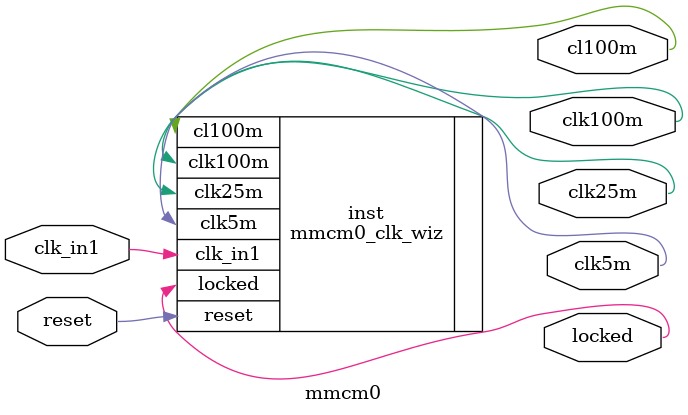
<source format=v>


`timescale 1ps/1ps

(* CORE_GENERATION_INFO = "mmcm0,clk_wiz_v6_0_1_0_0,{component_name=mmcm0,use_phase_alignment=true,use_min_o_jitter=false,use_max_i_jitter=false,use_dyn_phase_shift=false,use_inclk_switchover=false,use_dyn_reconfig=false,enable_axi=0,feedback_source=FDBK_AUTO,PRIMITIVE=MMCM,num_out_clk=4,clkin1_period=40.000,clkin2_period=10.0,use_power_down=false,use_reset=true,use_locked=true,use_inclk_stopped=false,feedback_type=SINGLE,CLOCK_MGR_TYPE=NA,manual_override=false}" *)

module mmcm0 
 (
  // Clock out ports
  output        clk100m,
  output        cl100m,
  output        clk25m,
  output        clk5m,
  // Status and control signals
  input         reset,
  output        locked,
 // Clock in ports
  input         clk_in1
 );

  mmcm0_clk_wiz inst
  (
  // Clock out ports  
  .clk100m(clk100m),
  .cl100m(cl100m),
  .clk25m(clk25m),
  .clk5m(clk5m),
  // Status and control signals               
  .reset(reset), 
  .locked(locked),
 // Clock in ports
  .clk_in1(clk_in1)
  );

endmodule

</source>
